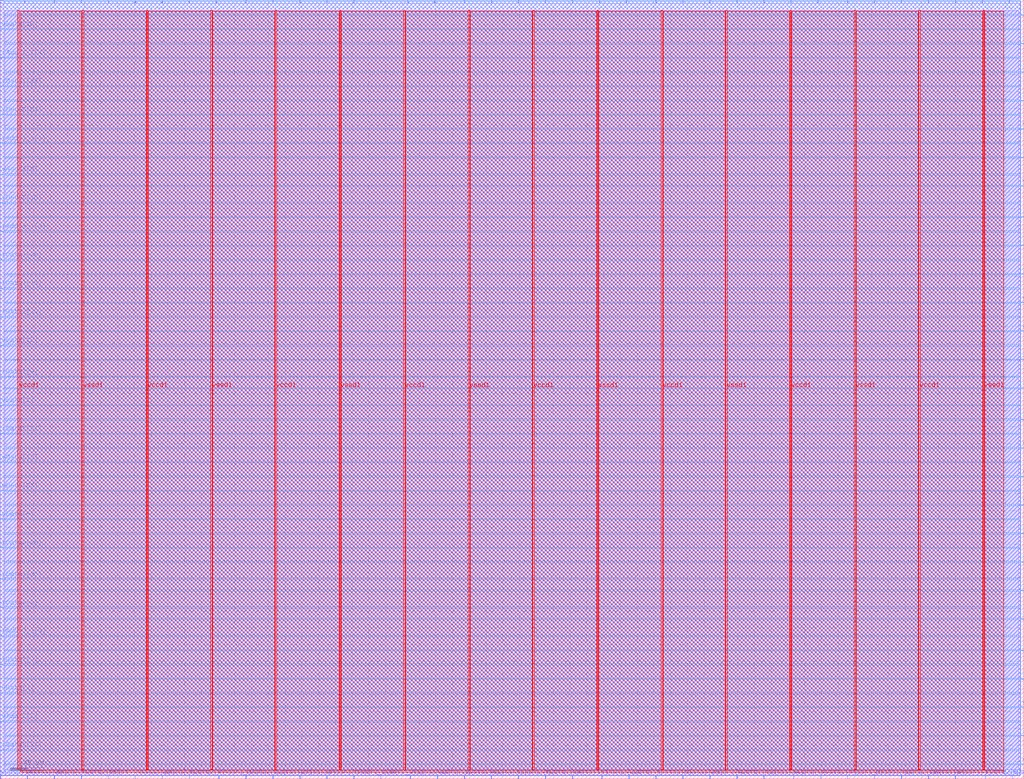
<source format=lef>
VERSION 5.7 ;
  NOWIREEXTENSIONATPIN ON ;
  DIVIDERCHAR "/" ;
  BUSBITCHARS "[]" ;
MACRO VectorRegFile
  CLASS BLOCK ;
  FOREIGN VectorRegFile ;
  ORIGIN 0.000 0.000 ;
  SIZE 1221.615 BY 929.690 ;
  PIN clk
    DIRECTION INPUT ;
    USE SIGNAL ;
    PORT
      LAYER met3 ;
        RECT 0.000 928.240 4.000 928.840 ;
    END
  END clk
  PIN rAddr1_1[0]
    DIRECTION INPUT ;
    USE SIGNAL ;
    PORT
      LAYER met2 ;
        RECT 421.910 0.000 422.190 4.000 ;
    END
  END rAddr1_1[0]
  PIN rAddr1_1[1]
    DIRECTION INPUT ;
    USE SIGNAL ;
    PORT
      LAYER met3 ;
        RECT 0.000 758.240 4.000 758.840 ;
    END
  END rAddr1_1[1]
  PIN rAddr1_1[2]
    DIRECTION INPUT ;
    USE SIGNAL ;
    PORT
      LAYER met2 ;
        RECT 618.330 925.690 618.610 929.690 ;
    END
  END rAddr1_1[2]
  PIN rAddr1_1[3]
    DIRECTION INPUT ;
    USE SIGNAL ;
    PORT
      LAYER met3 ;
        RECT 1217.615 911.240 1221.615 911.840 ;
    END
  END rAddr1_1[3]
  PIN rAddr1_1[4]
    DIRECTION INPUT ;
    USE SIGNAL ;
    PORT
      LAYER met3 ;
        RECT 0.000 860.240 4.000 860.840 ;
    END
  END rAddr1_1[4]
  PIN rAddr1_2[0]
    DIRECTION INPUT ;
    USE SIGNAL ;
    PORT
      LAYER met2 ;
        RECT 1107.770 925.690 1108.050 929.690 ;
    END
  END rAddr1_2[0]
  PIN rAddr1_2[1]
    DIRECTION INPUT ;
    USE SIGNAL ;
    PORT
      LAYER met2 ;
        RECT 1011.170 0.000 1011.450 4.000 ;
    END
  END rAddr1_2[1]
  PIN rAddr1_2[2]
    DIRECTION INPUT ;
    USE SIGNAL ;
    PORT
      LAYER met2 ;
        RECT 325.310 925.690 325.590 929.690 ;
    END
  END rAddr1_2[2]
  PIN rAddr1_2[3]
    DIRECTION INPUT ;
    USE SIGNAL ;
    PORT
      LAYER met2 ;
        RECT 260.910 0.000 261.190 4.000 ;
    END
  END rAddr1_2[3]
  PIN rAddr1_2[4]
    DIRECTION INPUT ;
    USE SIGNAL ;
    PORT
      LAYER met2 ;
        RECT 1043.370 925.690 1043.650 929.690 ;
    END
  END rAddr1_2[4]
  PIN rAddr2_1[0]
    DIRECTION INPUT ;
    USE SIGNAL ;
    PORT
      LAYER met3 ;
        RECT 1217.615 258.440 1221.615 259.040 ;
    END
  END rAddr2_1[0]
  PIN rAddr2_1[1]
    DIRECTION INPUT ;
    USE SIGNAL ;
    PORT
      LAYER met2 ;
        RECT 1075.570 925.690 1075.850 929.690 ;
    END
  END rAddr2_1[1]
  PIN rAddr2_1[2]
    DIRECTION INPUT ;
    USE SIGNAL ;
    PORT
      LAYER met3 ;
        RECT 0.000 652.840 4.000 653.440 ;
    END
  END rAddr2_1[2]
  PIN rAddr2_1[3]
    DIRECTION INPUT ;
    USE SIGNAL ;
    PORT
      LAYER met3 ;
        RECT 0.000 170.040 4.000 170.640 ;
    END
  END rAddr2_1[3]
  PIN rAddr2_1[4]
    DIRECTION INPUT ;
    USE SIGNAL ;
    PORT
      LAYER met2 ;
        RECT 586.130 925.690 586.410 929.690 ;
    END
  END rAddr2_1[4]
  PIN rAddr2_2[0]
    DIRECTION INPUT ;
    USE SIGNAL ;
    PORT
      LAYER met3 ;
        RECT 1217.615 224.440 1221.615 225.040 ;
    END
  END rAddr2_2[0]
  PIN rAddr2_2[1]
    DIRECTION INPUT ;
    USE SIGNAL ;
    PORT
      LAYER met2 ;
        RECT 650.530 925.690 650.810 929.690 ;
    END
  END rAddr2_2[1]
  PIN rAddr2_2[2]
    DIRECTION INPUT ;
    USE SIGNAL ;
    PORT
      LAYER met3 ;
        RECT 1217.615 635.840 1221.615 636.440 ;
    END
  END rAddr2_2[2]
  PIN rAddr2_2[3]
    DIRECTION INPUT ;
    USE SIGNAL ;
    PORT
      LAYER met2 ;
        RECT 454.110 0.000 454.390 4.000 ;
    END
  END rAddr2_2[3]
  PIN rAddr2_2[4]
    DIRECTION INPUT ;
    USE SIGNAL ;
    PORT
      LAYER met3 ;
        RECT 1217.615 465.840 1221.615 466.440 ;
    END
  END rAddr2_2[4]
  PIN rData1[0]
    DIRECTION OUTPUT TRISTATE ;
    USE SIGNAL ;
    PORT
      LAYER met3 ;
        RECT 1217.615 428.440 1221.615 429.040 ;
    END
  END rData1[0]
  PIN rData1[10]
    DIRECTION OUTPUT TRISTATE ;
    USE SIGNAL ;
    PORT
      LAYER met2 ;
        RECT 389.710 925.690 389.990 929.690 ;
    END
  END rData1[10]
  PIN rData1[11]
    DIRECTION OUTPUT TRISTATE ;
    USE SIGNAL ;
    PORT
      LAYER met2 ;
        RECT 293.110 0.000 293.390 4.000 ;
    END
  END rData1[11]
  PIN rData1[12]
    DIRECTION OUTPUT TRISTATE ;
    USE SIGNAL ;
    PORT
      LAYER met2 ;
        RECT 879.150 0.000 879.430 4.000 ;
    END
  END rData1[12]
  PIN rData1[13]
    DIRECTION OUTPUT TRISTATE ;
    USE SIGNAL ;
    PORT
      LAYER met3 ;
        RECT 1217.615 499.840 1221.615 500.440 ;
    END
  END rData1[13]
  PIN rData1[14]
    DIRECTION OUTPUT TRISTATE ;
    USE SIGNAL ;
    PORT
      LAYER met2 ;
        RECT 650.530 0.000 650.810 4.000 ;
    END
  END rData1[14]
  PIN rData1[15]
    DIRECTION OUTPUT TRISTATE ;
    USE SIGNAL ;
    PORT
      LAYER met3 ;
        RECT 0.000 584.840 4.000 585.440 ;
    END
  END rData1[15]
  PIN rData1[16]
    DIRECTION OUTPUT TRISTATE ;
    USE SIGNAL ;
    PORT
      LAYER met2 ;
        RECT 1207.590 0.000 1207.870 4.000 ;
    END
  END rData1[16]
  PIN rData1[17]
    DIRECTION OUTPUT TRISTATE ;
    USE SIGNAL ;
    PORT
      LAYER met3 ;
        RECT 1217.615 601.840 1221.615 602.440 ;
    END
  END rData1[17]
  PIN rData1[18]
    DIRECTION OUTPUT TRISTATE ;
    USE SIGNAL ;
    PORT
      LAYER met2 ;
        RECT 814.750 925.690 815.030 929.690 ;
    END
  END rData1[18]
  PIN rData1[19]
    DIRECTION OUTPUT TRISTATE ;
    USE SIGNAL ;
    PORT
      LAYER met2 ;
        RECT 1043.370 0.000 1043.650 4.000 ;
    END
  END rData1[19]
  PIN rData1[1]
    DIRECTION OUTPUT TRISTATE ;
    USE SIGNAL ;
    PORT
      LAYER met2 ;
        RECT 257.690 925.690 257.970 929.690 ;
    END
  END rData1[1]
  PIN rData1[20]
    DIRECTION OUTPUT TRISTATE ;
    USE SIGNAL ;
    PORT
      LAYER met3 ;
        RECT 1217.615 153.040 1221.615 153.640 ;
    END
  END rData1[20]
  PIN rData1[21]
    DIRECTION OUTPUT TRISTATE ;
    USE SIGNAL ;
    PORT
      LAYER met2 ;
        RECT 128.890 925.690 129.170 929.690 ;
    END
  END rData1[21]
  PIN rData1[22]
    DIRECTION OUTPUT TRISTATE ;
    USE SIGNAL ;
    PORT
      LAYER met3 ;
        RECT 0.000 826.240 4.000 826.840 ;
    END
  END rData1[22]
  PIN rData1[23]
    DIRECTION OUTPUT TRISTATE ;
    USE SIGNAL ;
    PORT
      LAYER met2 ;
        RECT 1172.170 925.690 1172.450 929.690 ;
    END
  END rData1[23]
  PIN rData1[24]
    DIRECTION OUTPUT TRISTATE ;
    USE SIGNAL ;
    PORT
      LAYER met2 ;
        RECT 911.350 0.000 911.630 4.000 ;
    END
  END rData1[24]
  PIN rData1[25]
    DIRECTION OUTPUT TRISTATE ;
    USE SIGNAL ;
    PORT
      LAYER met2 ;
        RECT 814.750 0.000 815.030 4.000 ;
    END
  END rData1[25]
  PIN rData1[26]
    DIRECTION OUTPUT TRISTATE ;
    USE SIGNAL ;
    PORT
      LAYER met3 ;
        RECT 0.000 238.040 4.000 238.640 ;
    END
  END rData1[26]
  PIN rData1[27]
    DIRECTION OUTPUT TRISTATE ;
    USE SIGNAL ;
    PORT
      LAYER met2 ;
        RECT 325.310 0.000 325.590 4.000 ;
    END
  END rData1[27]
  PIN rData1[28]
    DIRECTION OUTPUT TRISTATE ;
    USE SIGNAL ;
    PORT
      LAYER met3 ;
        RECT 0.000 618.840 4.000 619.440 ;
    END
  END rData1[28]
  PIN rData1[29]
    DIRECTION OUTPUT TRISTATE ;
    USE SIGNAL ;
    PORT
      LAYER met3 ;
        RECT 1217.615 51.040 1221.615 51.640 ;
    END
  END rData1[29]
  PIN rData1[2]
    DIRECTION OUTPUT TRISTATE ;
    USE SIGNAL ;
    PORT
      LAYER met2 ;
        RECT 747.130 925.690 747.410 929.690 ;
    END
  END rData1[2]
  PIN rData1[30]
    DIRECTION OUTPUT TRISTATE ;
    USE SIGNAL ;
    PORT
      LAYER met2 ;
        RECT 32.290 0.000 32.570 4.000 ;
    END
  END rData1[30]
  PIN rData1[31]
    DIRECTION OUTPUT TRISTATE ;
    USE SIGNAL ;
    PORT
      LAYER met2 ;
        RECT 911.350 925.690 911.630 929.690 ;
    END
  END rData1[31]
  PIN rData1[3]
    DIRECTION OUTPUT TRISTATE ;
    USE SIGNAL ;
    PORT
      LAYER met3 ;
        RECT 0.000 136.040 4.000 136.640 ;
    END
  END rData1[3]
  PIN rData1[4]
    DIRECTION OUTPUT TRISTATE ;
    USE SIGNAL ;
    PORT
      LAYER met2 ;
        RECT 1204.370 925.690 1204.650 929.690 ;
    END
  END rData1[4]
  PIN rData1[5]
    DIRECTION OUTPUT TRISTATE ;
    USE SIGNAL ;
    PORT
      LAYER met2 ;
        RECT 454.110 925.690 454.390 929.690 ;
    END
  END rData1[5]
  PIN rData1[6]
    DIRECTION OUTPUT TRISTATE ;
    USE SIGNAL ;
    PORT
      LAYER met2 ;
        RECT 1107.770 0.000 1108.050 4.000 ;
    END
  END rData1[6]
  PIN rData1[7]
    DIRECTION OUTPUT TRISTATE ;
    USE SIGNAL ;
    PORT
      LAYER met3 ;
        RECT 1217.615 669.840 1221.615 670.440 ;
    END
  END rData1[7]
  PIN rData1[8]
    DIRECTION OUTPUT TRISTATE ;
    USE SIGNAL ;
    PORT
      LAYER met3 ;
        RECT 0.000 479.440 4.000 480.040 ;
    END
  END rData1[8]
  PIN rData1[9]
    DIRECTION OUTPUT TRISTATE ;
    USE SIGNAL ;
    PORT
      LAYER met2 ;
        RECT 714.930 925.690 715.210 929.690 ;
    END
  END rData1[9]
  PIN rData2[0]
    DIRECTION OUTPUT TRISTATE ;
    USE SIGNAL ;
    PORT
      LAYER met2 ;
        RECT 518.510 925.690 518.790 929.690 ;
    END
  END rData2[0]
  PIN rData2[10]
    DIRECTION OUTPUT TRISTATE ;
    USE SIGNAL ;
    PORT
      LAYER met2 ;
        RECT 161.090 0.000 161.370 4.000 ;
    END
  END rData2[10]
  PIN rData2[11]
    DIRECTION OUTPUT TRISTATE ;
    USE SIGNAL ;
    PORT
      LAYER met3 ;
        RECT 1217.615 877.240 1221.615 877.840 ;
    END
  END rData2[11]
  PIN rData2[12]
    DIRECTION OUTPUT TRISTATE ;
    USE SIGNAL ;
    PORT
      LAYER met2 ;
        RECT 553.930 0.000 554.210 4.000 ;
    END
  END rData2[12]
  PIN rData2[13]
    DIRECTION OUTPUT TRISTATE ;
    USE SIGNAL ;
    PORT
      LAYER met2 ;
        RECT 718.150 0.000 718.430 4.000 ;
    END
  END rData2[13]
  PIN rData2[14]
    DIRECTION OUTPUT TRISTATE ;
    USE SIGNAL ;
    PORT
      LAYER met2 ;
        RECT 421.910 925.690 422.190 929.690 ;
    END
  END rData2[14]
  PIN rData2[15]
    DIRECTION OUTPUT TRISTATE ;
    USE SIGNAL ;
    PORT
      LAYER met3 ;
        RECT 0.000 686.840 4.000 687.440 ;
    END
  END rData2[15]
  PIN rData2[16]
    DIRECTION OUTPUT TRISTATE ;
    USE SIGNAL ;
    PORT
      LAYER met3 ;
        RECT 1217.615 809.240 1221.615 809.840 ;
    END
  END rData2[16]
  PIN rData2[17]
    DIRECTION OUTPUT TRISTATE ;
    USE SIGNAL ;
    PORT
      LAYER met2 ;
        RECT 225.490 925.690 225.770 929.690 ;
    END
  END rData2[17]
  PIN rData2[18]
    DIRECTION OUTPUT TRISTATE ;
    USE SIGNAL ;
    PORT
      LAYER met3 ;
        RECT 1217.615 741.240 1221.615 741.840 ;
    END
  END rData2[18]
  PIN rData2[19]
    DIRECTION OUTPUT TRISTATE ;
    USE SIGNAL ;
    PORT
      LAYER met2 ;
        RECT 293.110 925.690 293.390 929.690 ;
    END
  END rData2[19]
  PIN rData2[1]
    DIRECTION OUTPUT TRISTATE ;
    USE SIGNAL ;
    PORT
      LAYER met2 ;
        RECT 553.930 925.690 554.210 929.690 ;
    END
  END rData2[1]
  PIN rData2[20]
    DIRECTION OUTPUT TRISTATE ;
    USE SIGNAL ;
    PORT
      LAYER met2 ;
        RECT 879.150 925.690 879.430 929.690 ;
    END
  END rData2[20]
  PIN rData2[21]
    DIRECTION OUTPUT TRISTATE ;
    USE SIGNAL ;
    PORT
      LAYER met3 ;
        RECT 0.000 411.440 4.000 412.040 ;
    END
  END rData2[21]
  PIN rData2[22]
    DIRECTION OUTPUT TRISTATE ;
    USE SIGNAL ;
    PORT
      LAYER met3 ;
        RECT 1217.615 292.440 1221.615 293.040 ;
    END
  END rData2[22]
  PIN rData2[23]
    DIRECTION OUTPUT TRISTATE ;
    USE SIGNAL ;
    PORT
      LAYER met3 ;
        RECT 1217.615 119.040 1221.615 119.640 ;
    END
  END rData2[23]
  PIN rData2[24]
    DIRECTION OUTPUT TRISTATE ;
    USE SIGNAL ;
    PORT
      LAYER met3 ;
        RECT 0.000 792.240 4.000 792.840 ;
    END
  END rData2[24]
  PIN rData2[25]
    DIRECTION OUTPUT TRISTATE ;
    USE SIGNAL ;
    PORT
      LAYER met2 ;
        RECT 96.690 0.000 96.970 4.000 ;
    END
  END rData2[25]
  PIN rData2[26]
    DIRECTION OUTPUT TRISTATE ;
    USE SIGNAL ;
    PORT
      LAYER met2 ;
        RECT 1075.570 0.000 1075.850 4.000 ;
    END
  END rData2[26]
  PIN rData2[27]
    DIRECTION OUTPUT TRISTATE ;
    USE SIGNAL ;
    PORT
      LAYER met3 ;
        RECT 1217.615 190.440 1221.615 191.040 ;
    END
  END rData2[27]
  PIN rData2[28]
    DIRECTION OUTPUT TRISTATE ;
    USE SIGNAL ;
    PORT
      LAYER met3 ;
        RECT 0.000 275.440 4.000 276.040 ;
    END
  END rData2[28]
  PIN rData2[29]
    DIRECTION OUTPUT TRISTATE ;
    USE SIGNAL ;
    PORT
      LAYER met3 ;
        RECT 0.000 550.840 4.000 551.440 ;
    END
  END rData2[29]
  PIN rData2[2]
    DIRECTION OUTPUT TRISTATE ;
    USE SIGNAL ;
    PORT
      LAYER met3 ;
        RECT 0.000 204.040 4.000 204.640 ;
    END
  END rData2[2]
  PIN rData2[30]
    DIRECTION OUTPUT TRISTATE ;
    USE SIGNAL ;
    PORT
      LAYER met2 ;
        RECT 489.530 0.000 489.810 4.000 ;
    END
  END rData2[30]
  PIN rData2[31]
    DIRECTION OUTPUT TRISTATE ;
    USE SIGNAL ;
    PORT
      LAYER met3 ;
        RECT 0.000 34.040 4.000 34.640 ;
    END
  END rData2[31]
  PIN rData2[3]
    DIRECTION OUTPUT TRISTATE ;
    USE SIGNAL ;
    PORT
      LAYER met3 ;
        RECT 1217.615 843.240 1221.615 843.840 ;
    END
  END rData2[3]
  PIN rData2[4]
    DIRECTION OUTPUT TRISTATE ;
    USE SIGNAL ;
    PORT
      LAYER met2 ;
        RECT 225.490 0.000 225.770 4.000 ;
    END
  END rData2[4]
  PIN rData2[5]
    DIRECTION OUTPUT TRISTATE ;
    USE SIGNAL ;
    PORT
      LAYER met2 ;
        RECT 1175.390 0.000 1175.670 4.000 ;
    END
  END rData2[5]
  PIN rData2[6]
    DIRECTION OUTPUT TRISTATE ;
    USE SIGNAL ;
    PORT
      LAYER met2 ;
        RECT 618.330 0.000 618.610 4.000 ;
    END
  END rData2[6]
  PIN rData2[7]
    DIRECTION OUTPUT TRISTATE ;
    USE SIGNAL ;
    PORT
      LAYER met2 ;
        RECT 978.970 0.000 979.250 4.000 ;
    END
  END rData2[7]
  PIN rData2[8]
    DIRECTION OUTPUT TRISTATE ;
    USE SIGNAL ;
    PORT
      LAYER met2 ;
        RECT 682.730 925.690 683.010 929.690 ;
    END
  END rData2[8]
  PIN rData2[9]
    DIRECTION OUTPUT TRISTATE ;
    USE SIGNAL ;
    PORT
      LAYER met2 ;
        RECT 782.550 0.000 782.830 4.000 ;
    END
  END rData2[9]
  PIN reset
    DIRECTION INPUT ;
    USE SIGNAL ;
    PORT
      LAYER met2 ;
        RECT 128.890 0.000 129.170 4.000 ;
    END
  END reset
  PIN vccd1
    DIRECTION INOUT ;
    USE POWER ;
    PORT
      LAYER met4 ;
        RECT 21.040 10.640 22.640 916.880 ;
    END
    PORT
      LAYER met4 ;
        RECT 174.640 10.640 176.240 916.880 ;
    END
    PORT
      LAYER met4 ;
        RECT 328.240 10.640 329.840 916.880 ;
    END
    PORT
      LAYER met4 ;
        RECT 481.840 10.640 483.440 916.880 ;
    END
    PORT
      LAYER met4 ;
        RECT 635.440 10.640 637.040 916.880 ;
    END
    PORT
      LAYER met4 ;
        RECT 789.040 10.640 790.640 916.880 ;
    END
    PORT
      LAYER met4 ;
        RECT 942.640 10.640 944.240 916.880 ;
    END
    PORT
      LAYER met4 ;
        RECT 1096.240 10.640 1097.840 916.880 ;
    END
  END vccd1
  PIN vssd1
    DIRECTION INOUT ;
    USE GROUND ;
    PORT
      LAYER met4 ;
        RECT 97.840 10.640 99.440 916.880 ;
    END
    PORT
      LAYER met4 ;
        RECT 251.440 10.640 253.040 916.880 ;
    END
    PORT
      LAYER met4 ;
        RECT 405.040 10.640 406.640 916.880 ;
    END
    PORT
      LAYER met4 ;
        RECT 558.640 10.640 560.240 916.880 ;
    END
    PORT
      LAYER met4 ;
        RECT 712.240 10.640 713.840 916.880 ;
    END
    PORT
      LAYER met4 ;
        RECT 865.840 10.640 867.440 916.880 ;
    END
    PORT
      LAYER met4 ;
        RECT 1019.440 10.640 1021.040 916.880 ;
    END
    PORT
      LAYER met4 ;
        RECT 1173.040 10.640 1174.640 916.880 ;
    END
  END vssd1
  PIN wAddr1[0]
    DIRECTION INPUT ;
    USE SIGNAL ;
    PORT
      LAYER met2 ;
        RECT 389.710 0.000 389.990 4.000 ;
    END
  END wAddr1[0]
  PIN wAddr1[1]
    DIRECTION INPUT ;
    USE SIGNAL ;
    PORT
      LAYER met2 ;
        RECT 1139.970 0.000 1140.250 4.000 ;
    END
  END wAddr1[1]
  PIN wAddr1[2]
    DIRECTION INPUT ;
    USE SIGNAL ;
    PORT
      LAYER met3 ;
        RECT 1217.615 567.840 1221.615 568.440 ;
    END
  END wAddr1[2]
  PIN wAddr1[3]
    DIRECTION INPUT ;
    USE SIGNAL ;
    PORT
      LAYER met3 ;
        RECT 1217.615 326.440 1221.615 327.040 ;
    END
  END wAddr1[3]
  PIN wAddr1[4]
    DIRECTION INPUT ;
    USE SIGNAL ;
    PORT
      LAYER met2 ;
        RECT 846.950 0.000 847.230 4.000 ;
    END
  END wAddr1[4]
  PIN wAddr2[0]
    DIRECTION INPUT ;
    USE SIGNAL ;
    PORT
      LAYER met3 ;
        RECT 0.000 720.840 4.000 721.440 ;
    END
  END wAddr2[0]
  PIN wAddr2[1]
    DIRECTION INPUT ;
    USE SIGNAL ;
    PORT
      LAYER met3 ;
        RECT 1217.615 85.040 1221.615 85.640 ;
    END
  END wAddr2[1]
  PIN wAddr2[2]
    DIRECTION INPUT ;
    USE SIGNAL ;
    PORT
      LAYER met3 ;
        RECT 0.000 68.040 4.000 68.640 ;
    END
  END wAddr2[2]
  PIN wAddr2[3]
    DIRECTION INPUT ;
    USE SIGNAL ;
    PORT
      LAYER met3 ;
        RECT 1217.615 394.440 1221.615 395.040 ;
    END
  END wAddr2[3]
  PIN wAddr2[4]
    DIRECTION INPUT ;
    USE SIGNAL ;
    PORT
      LAYER met3 ;
        RECT 1217.615 707.240 1221.615 707.840 ;
    END
  END wAddr2[4]
  PIN wData[0]
    DIRECTION INPUT ;
    USE SIGNAL ;
    PORT
      LAYER met2 ;
        RECT 946.770 0.000 947.050 4.000 ;
    END
  END wData[0]
  PIN wData[10]
    DIRECTION INPUT ;
    USE SIGNAL ;
    PORT
      LAYER met3 ;
        RECT 1217.615 775.240 1221.615 775.840 ;
    END
  END wData[10]
  PIN wData[11]
    DIRECTION INPUT ;
    USE SIGNAL ;
    PORT
      LAYER met2 ;
        RECT 64.490 925.690 64.770 929.690 ;
    END
  END wData[11]
  PIN wData[12]
    DIRECTION INPUT ;
    USE SIGNAL ;
    PORT
      LAYER met3 ;
        RECT 0.000 516.840 4.000 517.440 ;
    END
  END wData[12]
  PIN wData[13]
    DIRECTION INPUT ;
    USE SIGNAL ;
    PORT
      LAYER met3 ;
        RECT 0.000 377.440 4.000 378.040 ;
    END
  END wData[13]
  PIN wData[14]
    DIRECTION INPUT ;
    USE SIGNAL ;
    PORT
      LAYER met2 ;
        RECT 0.090 0.000 0.370 4.000 ;
    END
  END wData[14]
  PIN wData[15]
    DIRECTION INPUT ;
    USE SIGNAL ;
    PORT
      LAYER met2 ;
        RECT 682.730 0.000 683.010 4.000 ;
    END
  END wData[15]
  PIN wData[16]
    DIRECTION INPUT ;
    USE SIGNAL ;
    PORT
      LAYER met2 ;
        RECT 161.090 925.690 161.370 929.690 ;
    END
  END wData[16]
  PIN wData[17]
    DIRECTION INPUT ;
    USE SIGNAL ;
    PORT
      LAYER met2 ;
        RECT 486.310 925.690 486.590 929.690 ;
    END
  END wData[17]
  PIN wData[18]
    DIRECTION INPUT ;
    USE SIGNAL ;
    PORT
      LAYER met2 ;
        RECT 846.950 925.690 847.230 929.690 ;
    END
  END wData[18]
  PIN wData[19]
    DIRECTION INPUT ;
    USE SIGNAL ;
    PORT
      LAYER met3 ;
        RECT 0.000 894.240 4.000 894.840 ;
    END
  END wData[19]
  PIN wData[1]
    DIRECTION INPUT ;
    USE SIGNAL ;
    PORT
      LAYER met3 ;
        RECT 0.000 445.440 4.000 446.040 ;
    END
  END wData[1]
  PIN wData[20]
    DIRECTION INPUT ;
    USE SIGNAL ;
    PORT
      LAYER met2 ;
        RECT 64.490 0.000 64.770 4.000 ;
    END
  END wData[20]
  PIN wData[21]
    DIRECTION INPUT ;
    USE SIGNAL ;
    PORT
      LAYER met2 ;
        RECT 1011.170 925.690 1011.450 929.690 ;
    END
  END wData[21]
  PIN wData[22]
    DIRECTION INPUT ;
    USE SIGNAL ;
    PORT
      LAYER met2 ;
        RECT 782.550 925.690 782.830 929.690 ;
    END
  END wData[22]
  PIN wData[23]
    DIRECTION INPUT ;
    USE SIGNAL ;
    PORT
      LAYER met2 ;
        RECT 521.730 0.000 522.010 4.000 ;
    END
  END wData[23]
  PIN wData[24]
    DIRECTION INPUT ;
    USE SIGNAL ;
    PORT
      LAYER met2 ;
        RECT 1139.970 925.690 1140.250 929.690 ;
    END
  END wData[24]
  PIN wData[25]
    DIRECTION INPUT ;
    USE SIGNAL ;
    PORT
      LAYER met3 ;
        RECT 1217.615 17.040 1221.615 17.640 ;
    END
  END wData[25]
  PIN wData[26]
    DIRECTION INPUT ;
    USE SIGNAL ;
    PORT
      LAYER met2 ;
        RECT 96.690 925.690 96.970 929.690 ;
    END
  END wData[26]
  PIN wData[27]
    DIRECTION INPUT ;
    USE SIGNAL ;
    PORT
      LAYER met3 ;
        RECT 0.000 343.440 4.000 344.040 ;
    END
  END wData[27]
  PIN wData[28]
    DIRECTION INPUT ;
    USE SIGNAL ;
    PORT
      LAYER met2 ;
        RECT 193.290 0.000 193.570 4.000 ;
    END
  END wData[28]
  PIN wData[29]
    DIRECTION INPUT ;
    USE SIGNAL ;
    PORT
      LAYER met2 ;
        RECT 357.510 0.000 357.790 4.000 ;
    END
  END wData[29]
  PIN wData[2]
    DIRECTION INPUT ;
    USE SIGNAL ;
    PORT
      LAYER met3 ;
        RECT 0.000 102.040 4.000 102.640 ;
    END
  END wData[2]
  PIN wData[30]
    DIRECTION INPUT ;
    USE SIGNAL ;
    PORT
      LAYER met3 ;
        RECT 1217.615 533.840 1221.615 534.440 ;
    END
  END wData[30]
  PIN wData[31]
    DIRECTION INPUT ;
    USE SIGNAL ;
    PORT
      LAYER met2 ;
        RECT 586.130 0.000 586.410 4.000 ;
    END
  END wData[31]
  PIN wData[3]
    DIRECTION INPUT ;
    USE SIGNAL ;
    PORT
      LAYER met2 ;
        RECT 975.750 925.690 976.030 929.690 ;
    END
  END wData[3]
  PIN wData[4]
    DIRECTION INPUT ;
    USE SIGNAL ;
    PORT
      LAYER met2 ;
        RECT 943.550 925.690 943.830 929.690 ;
    END
  END wData[4]
  PIN wData[5]
    DIRECTION INPUT ;
    USE SIGNAL ;
    PORT
      LAYER met2 ;
        RECT 193.290 925.690 193.570 929.690 ;
    END
  END wData[5]
  PIN wData[6]
    DIRECTION INPUT ;
    USE SIGNAL ;
    PORT
      LAYER met2 ;
        RECT 357.510 925.690 357.790 929.690 ;
    END
  END wData[6]
  PIN wData[7]
    DIRECTION INPUT ;
    USE SIGNAL ;
    PORT
      LAYER met2 ;
        RECT 750.350 0.000 750.630 4.000 ;
    END
  END wData[7]
  PIN wData[8]
    DIRECTION INPUT ;
    USE SIGNAL ;
    PORT
      LAYER met3 ;
        RECT 0.000 309.440 4.000 310.040 ;
    END
  END wData[8]
  PIN wData[9]
    DIRECTION INPUT ;
    USE SIGNAL ;
    PORT
      LAYER met2 ;
        RECT 29.070 925.690 29.350 929.690 ;
    END
  END wData[9]
  PIN wEnable
    DIRECTION INPUT ;
    USE SIGNAL ;
    PORT
      LAYER met3 ;
        RECT 1217.615 360.440 1221.615 361.040 ;
    END
  END wEnable
  OBS
      LAYER li1 ;
        RECT 5.520 10.795 1215.780 916.725 ;
      LAYER met1 ;
        RECT 0.070 4.460 1217.090 925.440 ;
      LAYER met2 ;
        RECT 0.100 925.410 28.790 928.725 ;
        RECT 29.630 925.410 64.210 928.725 ;
        RECT 65.050 925.410 96.410 928.725 ;
        RECT 97.250 925.410 128.610 928.725 ;
        RECT 129.450 925.410 160.810 928.725 ;
        RECT 161.650 925.410 193.010 928.725 ;
        RECT 193.850 925.410 225.210 928.725 ;
        RECT 226.050 925.410 257.410 928.725 ;
        RECT 258.250 925.410 292.830 928.725 ;
        RECT 293.670 925.410 325.030 928.725 ;
        RECT 325.870 925.410 357.230 928.725 ;
        RECT 358.070 925.410 389.430 928.725 ;
        RECT 390.270 925.410 421.630 928.725 ;
        RECT 422.470 925.410 453.830 928.725 ;
        RECT 454.670 925.410 486.030 928.725 ;
        RECT 486.870 925.410 518.230 928.725 ;
        RECT 519.070 925.410 553.650 928.725 ;
        RECT 554.490 925.410 585.850 928.725 ;
        RECT 586.690 925.410 618.050 928.725 ;
        RECT 618.890 925.410 650.250 928.725 ;
        RECT 651.090 925.410 682.450 928.725 ;
        RECT 683.290 925.410 714.650 928.725 ;
        RECT 715.490 925.410 746.850 928.725 ;
        RECT 747.690 925.410 782.270 928.725 ;
        RECT 783.110 925.410 814.470 928.725 ;
        RECT 815.310 925.410 846.670 928.725 ;
        RECT 847.510 925.410 878.870 928.725 ;
        RECT 879.710 925.410 911.070 928.725 ;
        RECT 911.910 925.410 943.270 928.725 ;
        RECT 944.110 925.410 975.470 928.725 ;
        RECT 976.310 925.410 1010.890 928.725 ;
        RECT 1011.730 925.410 1043.090 928.725 ;
        RECT 1043.930 925.410 1075.290 928.725 ;
        RECT 1076.130 925.410 1107.490 928.725 ;
        RECT 1108.330 925.410 1139.690 928.725 ;
        RECT 1140.530 925.410 1171.890 928.725 ;
        RECT 1172.730 925.410 1204.090 928.725 ;
        RECT 1204.930 925.410 1217.070 928.725 ;
        RECT 0.100 4.280 1217.070 925.410 ;
        RECT 0.650 3.670 32.010 4.280 ;
        RECT 32.850 3.670 64.210 4.280 ;
        RECT 65.050 3.670 96.410 4.280 ;
        RECT 97.250 3.670 128.610 4.280 ;
        RECT 129.450 3.670 160.810 4.280 ;
        RECT 161.650 3.670 193.010 4.280 ;
        RECT 193.850 3.670 225.210 4.280 ;
        RECT 226.050 3.670 260.630 4.280 ;
        RECT 261.470 3.670 292.830 4.280 ;
        RECT 293.670 3.670 325.030 4.280 ;
        RECT 325.870 3.670 357.230 4.280 ;
        RECT 358.070 3.670 389.430 4.280 ;
        RECT 390.270 3.670 421.630 4.280 ;
        RECT 422.470 3.670 453.830 4.280 ;
        RECT 454.670 3.670 489.250 4.280 ;
        RECT 490.090 3.670 521.450 4.280 ;
        RECT 522.290 3.670 553.650 4.280 ;
        RECT 554.490 3.670 585.850 4.280 ;
        RECT 586.690 3.670 618.050 4.280 ;
        RECT 618.890 3.670 650.250 4.280 ;
        RECT 651.090 3.670 682.450 4.280 ;
        RECT 683.290 3.670 717.870 4.280 ;
        RECT 718.710 3.670 750.070 4.280 ;
        RECT 750.910 3.670 782.270 4.280 ;
        RECT 783.110 3.670 814.470 4.280 ;
        RECT 815.310 3.670 846.670 4.280 ;
        RECT 847.510 3.670 878.870 4.280 ;
        RECT 879.710 3.670 911.070 4.280 ;
        RECT 911.910 3.670 946.490 4.280 ;
        RECT 947.330 3.670 978.690 4.280 ;
        RECT 979.530 3.670 1010.890 4.280 ;
        RECT 1011.730 3.670 1043.090 4.280 ;
        RECT 1043.930 3.670 1075.290 4.280 ;
        RECT 1076.130 3.670 1107.490 4.280 ;
        RECT 1108.330 3.670 1139.690 4.280 ;
        RECT 1140.530 3.670 1175.110 4.280 ;
        RECT 1175.950 3.670 1207.310 4.280 ;
        RECT 1208.150 3.670 1217.070 4.280 ;
      LAYER met3 ;
        RECT 4.400 927.840 1217.615 928.705 ;
        RECT 4.000 912.240 1217.615 927.840 ;
        RECT 4.000 910.840 1217.215 912.240 ;
        RECT 4.000 895.240 1217.615 910.840 ;
        RECT 4.400 893.840 1217.615 895.240 ;
        RECT 4.000 878.240 1217.615 893.840 ;
        RECT 4.000 876.840 1217.215 878.240 ;
        RECT 4.000 861.240 1217.615 876.840 ;
        RECT 4.400 859.840 1217.615 861.240 ;
        RECT 4.000 844.240 1217.615 859.840 ;
        RECT 4.000 842.840 1217.215 844.240 ;
        RECT 4.000 827.240 1217.615 842.840 ;
        RECT 4.400 825.840 1217.615 827.240 ;
        RECT 4.000 810.240 1217.615 825.840 ;
        RECT 4.000 808.840 1217.215 810.240 ;
        RECT 4.000 793.240 1217.615 808.840 ;
        RECT 4.400 791.840 1217.615 793.240 ;
        RECT 4.000 776.240 1217.615 791.840 ;
        RECT 4.000 774.840 1217.215 776.240 ;
        RECT 4.000 759.240 1217.615 774.840 ;
        RECT 4.400 757.840 1217.615 759.240 ;
        RECT 4.000 742.240 1217.615 757.840 ;
        RECT 4.000 740.840 1217.215 742.240 ;
        RECT 4.000 721.840 1217.615 740.840 ;
        RECT 4.400 720.440 1217.615 721.840 ;
        RECT 4.000 708.240 1217.615 720.440 ;
        RECT 4.000 706.840 1217.215 708.240 ;
        RECT 4.000 687.840 1217.615 706.840 ;
        RECT 4.400 686.440 1217.615 687.840 ;
        RECT 4.000 670.840 1217.615 686.440 ;
        RECT 4.000 669.440 1217.215 670.840 ;
        RECT 4.000 653.840 1217.615 669.440 ;
        RECT 4.400 652.440 1217.615 653.840 ;
        RECT 4.000 636.840 1217.615 652.440 ;
        RECT 4.000 635.440 1217.215 636.840 ;
        RECT 4.000 619.840 1217.615 635.440 ;
        RECT 4.400 618.440 1217.615 619.840 ;
        RECT 4.000 602.840 1217.615 618.440 ;
        RECT 4.000 601.440 1217.215 602.840 ;
        RECT 4.000 585.840 1217.615 601.440 ;
        RECT 4.400 584.440 1217.615 585.840 ;
        RECT 4.000 568.840 1217.615 584.440 ;
        RECT 4.000 567.440 1217.215 568.840 ;
        RECT 4.000 551.840 1217.615 567.440 ;
        RECT 4.400 550.440 1217.615 551.840 ;
        RECT 4.000 534.840 1217.615 550.440 ;
        RECT 4.000 533.440 1217.215 534.840 ;
        RECT 4.000 517.840 1217.615 533.440 ;
        RECT 4.400 516.440 1217.615 517.840 ;
        RECT 4.000 500.840 1217.615 516.440 ;
        RECT 4.000 499.440 1217.215 500.840 ;
        RECT 4.000 480.440 1217.615 499.440 ;
        RECT 4.400 479.040 1217.615 480.440 ;
        RECT 4.000 466.840 1217.615 479.040 ;
        RECT 4.000 465.440 1217.215 466.840 ;
        RECT 4.000 446.440 1217.615 465.440 ;
        RECT 4.400 445.040 1217.615 446.440 ;
        RECT 4.000 429.440 1217.615 445.040 ;
        RECT 4.000 428.040 1217.215 429.440 ;
        RECT 4.000 412.440 1217.615 428.040 ;
        RECT 4.400 411.040 1217.615 412.440 ;
        RECT 4.000 395.440 1217.615 411.040 ;
        RECT 4.000 394.040 1217.215 395.440 ;
        RECT 4.000 378.440 1217.615 394.040 ;
        RECT 4.400 377.040 1217.615 378.440 ;
        RECT 4.000 361.440 1217.615 377.040 ;
        RECT 4.000 360.040 1217.215 361.440 ;
        RECT 4.000 344.440 1217.615 360.040 ;
        RECT 4.400 343.040 1217.615 344.440 ;
        RECT 4.000 327.440 1217.615 343.040 ;
        RECT 4.000 326.040 1217.215 327.440 ;
        RECT 4.000 310.440 1217.615 326.040 ;
        RECT 4.400 309.040 1217.615 310.440 ;
        RECT 4.000 293.440 1217.615 309.040 ;
        RECT 4.000 292.040 1217.215 293.440 ;
        RECT 4.000 276.440 1217.615 292.040 ;
        RECT 4.400 275.040 1217.615 276.440 ;
        RECT 4.000 259.440 1217.615 275.040 ;
        RECT 4.000 258.040 1217.215 259.440 ;
        RECT 4.000 239.040 1217.615 258.040 ;
        RECT 4.400 237.640 1217.615 239.040 ;
        RECT 4.000 225.440 1217.615 237.640 ;
        RECT 4.000 224.040 1217.215 225.440 ;
        RECT 4.000 205.040 1217.615 224.040 ;
        RECT 4.400 203.640 1217.615 205.040 ;
        RECT 4.000 191.440 1217.615 203.640 ;
        RECT 4.000 190.040 1217.215 191.440 ;
        RECT 4.000 171.040 1217.615 190.040 ;
        RECT 4.400 169.640 1217.615 171.040 ;
        RECT 4.000 154.040 1217.615 169.640 ;
        RECT 4.000 152.640 1217.215 154.040 ;
        RECT 4.000 137.040 1217.615 152.640 ;
        RECT 4.400 135.640 1217.615 137.040 ;
        RECT 4.000 120.040 1217.615 135.640 ;
        RECT 4.000 118.640 1217.215 120.040 ;
        RECT 4.000 103.040 1217.615 118.640 ;
        RECT 4.400 101.640 1217.615 103.040 ;
        RECT 4.000 86.040 1217.615 101.640 ;
        RECT 4.000 84.640 1217.215 86.040 ;
        RECT 4.000 69.040 1217.615 84.640 ;
        RECT 4.400 67.640 1217.615 69.040 ;
        RECT 4.000 52.040 1217.615 67.640 ;
        RECT 4.000 50.640 1217.215 52.040 ;
        RECT 4.000 35.040 1217.615 50.640 ;
        RECT 4.400 33.640 1217.615 35.040 ;
        RECT 4.000 18.040 1217.615 33.640 ;
        RECT 4.000 16.640 1217.215 18.040 ;
        RECT 4.000 7.655 1217.615 16.640 ;
      LAYER met4 ;
        RECT 24.215 10.240 97.440 915.785 ;
        RECT 99.840 10.240 174.240 915.785 ;
        RECT 176.640 10.240 251.040 915.785 ;
        RECT 253.440 10.240 327.840 915.785 ;
        RECT 330.240 10.240 404.640 915.785 ;
        RECT 407.040 10.240 481.440 915.785 ;
        RECT 483.840 10.240 558.240 915.785 ;
        RECT 560.640 10.240 635.040 915.785 ;
        RECT 637.440 10.240 711.840 915.785 ;
        RECT 714.240 10.240 788.640 915.785 ;
        RECT 791.040 10.240 865.440 915.785 ;
        RECT 867.840 10.240 942.240 915.785 ;
        RECT 944.640 10.240 1019.040 915.785 ;
        RECT 1021.440 10.240 1095.840 915.785 ;
        RECT 1098.240 10.240 1172.640 915.785 ;
        RECT 1175.040 10.240 1197.545 915.785 ;
        RECT 24.215 7.655 1197.545 10.240 ;
  END
END VectorRegFile
END LIBRARY


</source>
